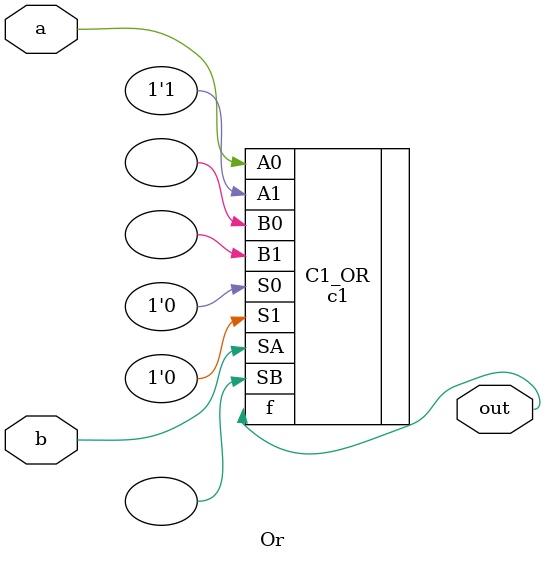
<source format=v>
module Or (input a ,b, output out);
	c1 C1_OR(.A0(a), .A1(1'b1), .SA(b), .B0(), .B1(), .SB(), .S0(1'b0), .S1(1'b0), .f(out));
endmodule
</source>
